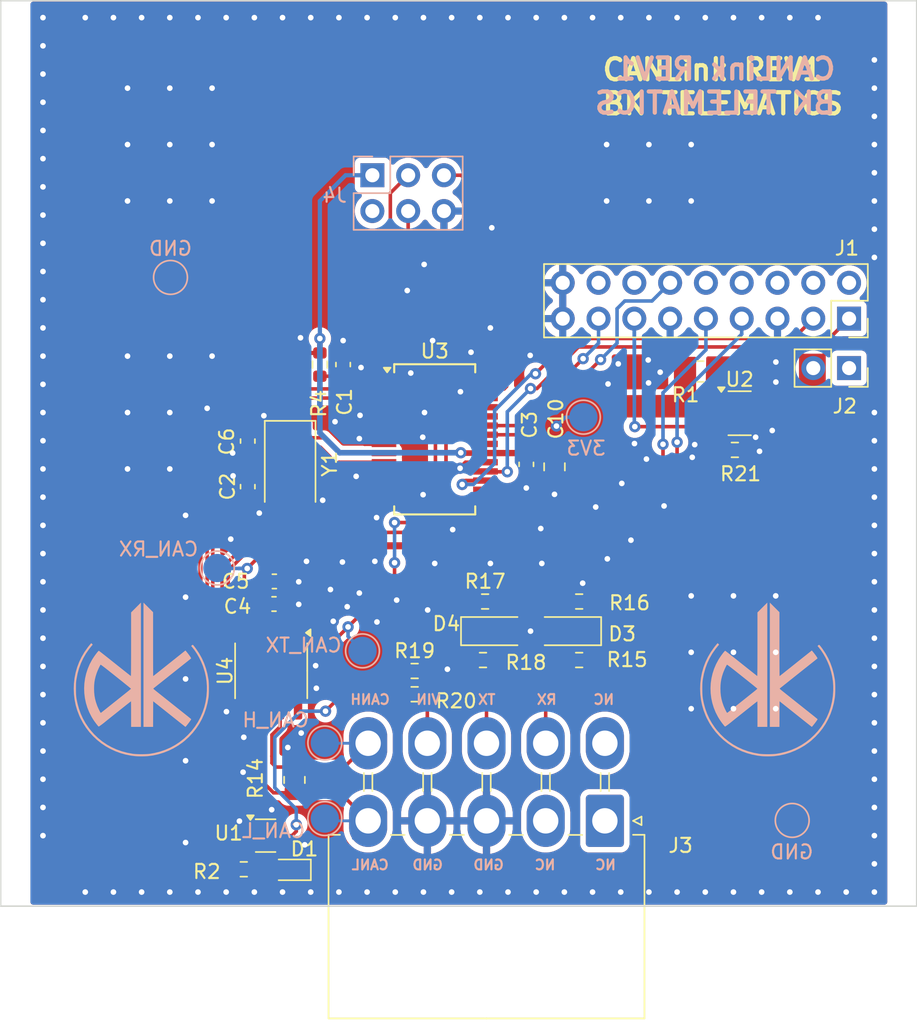
<source format=kicad_pcb>
(kicad_pcb (version 20241229) (generator "pcbnew") (generator_version "9.0")
  (title_block (date "2023-06-06") (rev "Rev 4"))
  (layers (0 "F.Cu" signal) (2 "B.Cu" signal) (13 "F.Paste" user) (15 "B.Paste" user) (5 "F.SilkS" user "F.Silkscreen") (7 "B.SilkS" user "B.Silkscreen") (1 "F.Mask" user) (3 "B.Mask" user) (25 "Edge.Cuts" user))
  (net 0 "")
  (net 1 "Net-(D3-K)")
  (net 2 "Net-(D4-K)")
  (net 3 "GND")
  (net 4 "/MCU/RESET")
  (net 8 "/UART0_RX")
  (net 10 "/UART0_TX")
  (net 12 "+VSYS")
  (net 13 "+3V3")
  (net 16 "/MCU/ICSP_DAT")
  (net 17 "/MCU/ICSP_CLK")
  (net 21 "/SERIAL_TX")
  (net 24 "/SERIAL_RX")
  (net 29 "/MCU/CAN_VIO")
  (net 30 "/CAN_P")
  (net 31 "/CAN_N")
  (net 33 "/MCU/PIC_TX")
  (net 34 "/MCU/PIC_RX")
  (net 37 "/3V3_ON")
  (net 38 "Net-(J2-3.3V)")
  (net 39 "/OBD2_VIN")
  (net 40 "/OBD2_MEAS")
  (net 41 "/MCU/CAN_RX")
  (net 43 "/MCU/CAN_STBY")
  (net 44 "/MCU/CAN_TX")
  (net 45 "/MCU/PIC_PIN2")
  (net 46 "/MCU/PIC_PIN1")
  (net 47 "Net-(U3-OSC2_CLKOUT{slash}RA6)")
  (net 48 "Net-(U3-OSC1_CLKIN{slash}RA7)")
  (net 49 "/MCU/LED")
  (net 51 "Net-(D1-K)")
  (net 52 "Net-(D1-A)")
  (net 53 "/MCU/OBD2_VIN")
  (footprint "Package_SO:SOIC-8_3.9x4.9mm_P1.27mm" (layer "F.Cu") (at 148.245 118.365 -90)
    (property "Reference" "U4")
    (property "Value" "TCAN3413DR")
  )
  (footprint "Capacitor_SMD:C_0603_1608Metric" (layer "F.Cu") (at 148.47 112.025)
    (property "Reference" "C5")
    (property "Value" "1u")
  )
  (footprint "Resistor_SMD:R_0805_2012Metric" (layer "F.Cu") (at 149.9 126.1 -90)
    (property "Reference" "R14")
    (property "Value" "120R")
  )
  (footprint "Crystal:Crystal_SMD_5032-2Pin_5.0x3.2mm" (layer "F.Cu") (at 149.59 103.69 -90)
    (property "Reference" "Y1")
    (property "Value" "12MHz")
  )
  (footprint "Resistor_SMD:R_0603_1608Metric" (layer "F.Cu") (at 163.425 113.45)
    (property "Reference" "R17")
    (property "Value" "10K")
  )
  (footprint "Resistor_SMD:R_0603_1608Metric" (layer "F.Cu") (at 170.1 113.45 180)
    (property "Reference" "R16")
    (property "Value" "10K")
  )
  (footprint "Capacitor_SMD:C_0603_1608Metric" (layer "F.Cu") (at 166.35 103.725 -90)
    (property "Reference" "C3")
    (property "Value" "0.1u")
  )
  (footprint "Package_SO:SSOP-28_5.3x10.2mm_P0.65mm" (layer "F.Cu") (at 159.85 101.95)
    (property "Reference" "U3")
    (property "Value" "PIC18LF26K83-I/SS")
  )
  (footprint "Diode_SMD:D_SOD-123" (layer "F.Cu") (at 164.075 115.55)
    (property "Reference" "D4")
    (property "Value" "3.3V")
  )
  (footprint "Capacitor_SMD:C_0603_1608Metric" (layer "F.Cu") (at 153.35 96.65 90)
    (property "Reference" "C1")
    (property "Value" "0.1u")
  )
  (footprint "Connector_PinSocket_2.54mm:PinSocket_2x09_P2.54mm_Vertical" (layer "F.Cu") (at 189.255 93.393 -90)
    (property "Reference" "J1")
    (property "Value" "BK4000TG_Upper_Board_Signals")
  )
  (footprint "Resistor_SMD:R_0603_1608Metric" (layer "F.Cu") (at 146.3 132.435)
    (property "Reference" "R2")
    (property "Value" "150R")
  )
  (footprint "LED_SMD:LED_0603_1608Metric" (layer "F.Cu") (at 149.575 132.475 180)
    (property "Reference" "D1")
    (property "Value" "LED_Small_Filled" (hide yes))
  )
  (footprint "Resistor_SMD:R_0603_1608Metric" (layer "F.Cu") (at 181.15 102.7)
    (property "Reference" "R21")
    (property "Value" "100K")
  )
  (footprint "Resistor_SMD:R_0603_1608Metric" (layer "F.Cu") (at 158.425 120.025 180)
    (property "Reference" "R20")
    (property "Value" "120K")
  )
  (footprint "Resistor_SMD:R_0603_1608Metric" (layer "F.Cu") (at 163.275 117.6 180)
    (property "Reference" "R18")
    (property "Value" "10K")
  )
  (footprint "Capacitor_SMD:C_0603_1608Metric" (layer "F.Cu") (at 146.58 102.075 -90)
    (property "Reference" "C6")
    (property "Value" "18pF")
  )
  (footprint "Connector_PinSocket_2.54mm:PinSocket_1x02_P2.54mm_Vertical" (layer "F.Cu") (at 189.255 96.899 -90)
    (property "Reference" "J2")
    (property "Value" "BK4000TG_Upper_Board_Supply")
  )
  (footprint "Capacitor_SMD:C_0603_1608Metric" (layer "F.Cu") (at 148.445 113.625)
    (property "Reference" "C4")
    (property "Value" "0.1u")
  )
  (footprint "Capacitor_SMD:C_0603_1608Metric" (layer "F.Cu") (at 146.58 105.305 90)
    (property "Reference" "C2")
    (property "Value" "18pF")
  )
  (footprint "Package_TO_SOT_SMD:SOT-363_SC-70-6" (layer "F.Cu") (at 147.85 130.05)
    (property "Reference" "U1")
    (property "Value" "PUMH10,115" (hide yes))
  )
  (footprint "Connector_Molex:Molex_Mini-Fit_Jr_5569-10A2_2x05_P4.20mm_Horizontal" (layer "F.Cu") (at 171.925 129 180)
    (property "Reference" "J3")
    (property "Value" "Conn_02x05_Odd_Even")
  )
  (footprint "Fiducial:Fiducial_1mm_Mask2mm" (layer "F.Cu") (at 133.344 132.8402)
    (property "Reference" "FID1" (hide yes))
    (property "Value" "Fiducial")
  )
  (footprint "Fiducial:Fiducial_1mm_Mask2mm" (layer "F.Cu") (at 189.3764 73.2264)
    (property "Reference" "FID2" (hide yes))
    (property "Value" "Fiducial")
  )
  (footprint "Resistor_SMD:R_0603_1608Metric" (layer "F.Cu") (at 170.1 117.6)
    (property "Reference" "R15")
    (property "Value" "10K")
  )
  (footprint "Package_TO_SOT_SMD:TSOT-23-6" (layer "F.Cu") (at 181.4875 100.1)
    (property "Reference" "U2")
    (property "Value" "SIP32510")
  )
  (footprint "Capacitor_SMD:C_0805_2012Metric" (layer "F.Cu") (at 168.35 103.9 -90)
    (property "Reference" "C10")
    (property "Value" "10u")
  )
  (footprint "Resistor_SMD:R_0603_1608Metric" (layer "F.Cu") (at 151.7 96.65 -90)
    (property "Reference" "R4")
    (property "Value" "15K")
  )
  (footprint "Fiducial:Fiducial_1mm_Mask2mm" (layer "F.Cu") (at 133.3948 73.3026)
    (property "Reference" "FID3" (hide yes))
    (property "Value" "Fiducial")
  )
  (footprint "Diode_SMD:D_SOD-123" (layer "F.Cu") (at 169.3 115.55 180)
    (property "Reference" "D3")
    (property "Value" "3.3V")
  )
  (footprint "Resistor_SMD:R_0603_1608Metric" (layer "F.Cu") (at 158.425 118.375)
    (property "Reference" "R19")
    (property "Value" "10K")
  )
  (footprint "Resistor_SMD:R_0805_2012Metric_Pad1.20x1.40mm_HandSolder" (layer "F.Cu") (at 178.71 97.14 180)
    (property "Reference" "R1")
    (property "Value" "0R" (hide yes))
  )
  (footprint "TestPoint:TestPoint_Pad_D2.0mm" (layer "B.Cu") (at 170.4 100.38)
    (property "Reference" "TP1" (hide yes))
    (property "Value" "3V3")
  )
  (footprint "TestPoint:TestPoint_Pad_D2.0mm" (layer "B.Cu") (at 152.05 123.475)
    (property "Reference" "TP4" (hide yes))
    (property "Value" "CAN_H")
  )
  (footprint "Connector_PinHeader_2.54mm:PinHeader_2x03_P2.54mm_Vertical" (layer "B.Cu") (at 155.425 83.225 -90)
    (property "Reference" "J4")
    (property "Value" "-")
  )
  (footprint "My_Footprints:bk_logo_10mm" (layer "B.Cu") (at 139 119 180)
    (property "Reference" "G***" (hide yes))
    (property "Value" "LOGO" (hide yes))
  )
  (footprint "My_Footprints:bk_logo_10mm" (layer "B.Cu") (at 183.45 119 180)
    (property "Reference" "G***" (hide yes))
    (property "Value" "LOGO" (hide yes))
  )
  (footprint "TestPoint:TestPoint_Pad_D2.0mm" (layer "B.Cu") (at 141.1 90.47)
    (property "Reference" "TP6" (hide yes))
    (property "Value" "GND")
  )
  (footprint "TestPoint:TestPoint_Pad_D2.0mm" (layer "B.Cu") (at 144.425 111.075)
    (property "Reference" "TP3" (hide yes))
    (property "Value" "CAN_RX")
  )
  (footprint "TestPoint:TestPoint_Pad_D2.0mm" (layer "B.Cu") (at 185.22 128.97)
    (property "Reference" "TP7" (hide yes))
    (property "Value" "GND")
  )
  (footprint "TestPoint:TestPoint_Pad_D2.0mm" (layer "B.Cu") (at 154.725 116.95)
    (property "Reference" "TP2" (hide yes))
    (property "Value" "CAN_TX")
  )
  (footprint "TestPoint:TestPoint_Pad_D2.0mm" (layer "B.Cu") (at 152.05 128.84)
    (property "Reference" "TP5" (hide yes))
    (property "Value" "CAN_L")
  )
  (gr_rect (start 129.05 70.85) (end 194.05 135.05) (stroke (width 0.1)) (fill no) (layer "Edge.Cuts"))
  (gr_text "CANLink REV1\nBK TELEMATICS\n" (at 171.6 76.95 0) (layer "F.SilkS") (effects (font (size 1.5 1.5) (thickness 0.3)) (justify left)))
  (gr_text "NC" (at 171.85 120.4 0) (layer "B.SilkS") (effects (font (size 0.7 0.7)) (justify mirror)))
  (gr_text "CANLink REV1\nBK TELEMATICS\n" (at 188.45 76.9 0) (layer "B.SilkS") (effects (font (size 1.5 1.5) (thickness 0.3)) (justify left mirror)))
  (gr_text "GND" (at 159.35 132.125 0) (layer "B.SilkS") (effects (font (size 0.7 0.7)) (justify mirror)))
  (gr_text "CANH" (at 155.265 120.4 0) (layer "B.SilkS") (effects (font (size 0.7 0.7)) (justify mirror)))
  (gr_text "CANL" (at 155.275 132.125 0) (layer "B.SilkS") (effects (font (size 0.7 0.7)) (justify mirror)))
  (gr_text "GND" (at 163.675 132.125 0) (layer "B.SilkS") (effects (font (size 0.7 0.7)) (justify mirror)))
  (gr_text "VIN" (at 159.39 120.4 0) (layer "B.SilkS") (effects (font (size 0.7 0.7)) (justify mirror)))
  (gr_text "TX" (at 163.54 120.4 0) (layer "B.SilkS") (effects (font (size 0.7 0.7)) (justify mirror)))
  (gr_text "NC" (at 171.975 132.125 0) (layer "B.SilkS") (effects (font (size 0.7 0.7)) (justify mirror)))
  (gr_text "NC" (at 167.68 132.125 0) (layer "B.SilkS") (effects (font (size 0.7 0.7)) (justify mirror)))
  (gr_text "RX" (at 167.8 120.4 0) (layer "B.SilkS") (effects (font (size 0.7 0.7)) (justify mirror)))
  (segment (start 170.925 113.45) (end 170.925 117.6) (width 0.25) (layer "F.Cu") (net 1))
  (segment (start 162.45 117.6) (end 162.45 113.6) (width 0.25) (layer "F.Cu") (net 2))
  (segment (start 162.45 113.6) (end 162.6 113.45) (width 0.25) (layer "F.Cu") (net 2))
  (segment (start 162.025 103.575) (end 161.8 103.8) (width 0.254) (layer "F.Cu") (net 3))
  (segment (start 150.625 130.7) (end 151.05 130.7) (width 0.3) (layer "F.Cu") (net 3))
  (segment (start 161.8 103.8) (end 161.8 103.85) (width 0.254) (layer "F.Cu") (net 3))
  (segment (start 156.25 102.275) (end 154.875 102.275) (width 0.3) (layer "F.Cu") (net 3))
  (segment (start 163.45 103.575) (end 162.025 103.575) (width 0.254) (layer "F.Cu") (net 3))
  (segment (start 146.58 104.53) (end 146.58 102.85) (width 0.25) (layer "F.Cu") (net 3))
  (segment (start 161.8 103.85) (end 161.65 104) (width 0.254) (layer "F.Cu") (net 3))
  (segment (start 148.8 130.7) (end 150.625 130.7) (width 0.3) (layer "F.Cu") (net 3))
  (segment (start 154.875 102.275) (end 154.8 102.2) (width 0.3) (layer "F.Cu") (net 3))
  (via (at 191.05 110.05) (size 0.8) (drill 0.4) (layers "F.Cu" "B.Cu") (net 3))
  (via (at 149.05 72.05) (size 0.8) (drill 0.4) (layers "F.Cu" "B.Cu") (net 3))
  (via (at 157.05 72.05) (size 0.8) (drill 0.4) (layers "F.Cu" "B.Cu") (net 3))
  (via (at 150.625 130.7) (size 0.8) (drill 0.4) (layers "F.Cu" "B.Cu") (net 3))
  (via (at 141.05 81.05) (size 0.8) (drill 0.4) (layers "F.Cu" "B.Cu") (net 3))
  (via (at 145.99 129.02) (size 0.8) (drill 0.4) (layers "F.Cu" "B.Cu") (net 3))
  (via (at 155.05 134.05) (size 0.8) (drill 0.4) (layers "F.Cu" "B.Cu") (net 3))
  (via (at 191.05 112.05) (size 0.8) (drill 0.4) (layers "F.Cu" "B.Cu") (net 3))
  (via (at 147.05 72.05) (size 0.8) (drill 0.4) (layers "F.Cu" "B.Cu") (net 3))
  (via (at 161.05 72.05) (size 0.8) (drill 0.4) (layers "F.Cu" "B.Cu") (net 3))
  (via (at 132.05 126.05) (size 0.8) (drill 0.4) (layers "F.Cu" "B.Cu") (net 3))
  (via (at 150.375 122.775) (size 0.8) (drill 0.4) (layers "F.Cu" "B.Cu") (net 3))
  (via (at 132.05 118.05) (size 0.8) (drill 0.4) (layers "F.Cu" "B.Cu") (net 3))
  (via (at 143.05 72.05) (size 0.8) (drill 0.4) (layers "F.Cu" "B.Cu") (net 3))
  (via (at 132.05 82.05) (size 0.8) (drill 0.4) (layers "F.Cu" "B.Cu") (net 3))
  (via (at 175.05 134.05) (size 0.8) (drill 0.4) (layers "F.Cu" "B.Cu") (net 3))
  (via (at 142.17 124.74) (size 0.8) (drill 0.4) (layers "F.Cu" "B.Cu") (net 3))
  (via (at 178.125 103.225) (size 0.8) (drill 0.4) (layers "F.Cu" "B.Cu") (net 3))
  (via (at 132.05 96.05) (size 0.8) (drill 0.4) (layers "F.Cu" "B.Cu") (net 3))
  (via (at 132.05 100.05) (size 0.8) (drill 0.4) (layers "F.Cu" "B.Cu") (net 3))
  (via (at 151.05 72.05) (size 0.8) (drill 0.4) (layers "F.Cu" "B.Cu") (net 3))
  (via (at 166.35 105.4) (size 0.8) (drill 0.4) (layers "F.Cu" "B.Cu") (net 3))
  (via (at 187.05 134.05) (size 0.8) (drill 0.4) (layers "F.Cu" "B.Cu") (net 3))
  (via (at 146.3 123.075) (size 0.8) (drill 0.4) (layers "F.Cu" "B.Cu") (net 3))
  (via (at 135.05 134.05) (size 0.8) (drill 0.4) (layers "F.Cu" "B.Cu") (net 3))
  (via (at 173.125 105.075) (size 0.8) (drill 0.4) (layers "F.Cu" "B.Cu") (net 3))
  (via (at 191.05 134.05) (size 0.8) (drill 0.4) (layers "F.Cu" "B.Cu") (net 3))
  (via (at 157.9 91.4) (size 0.8) (drill 0.4) (layers "F.Cu" "B.Cu") (net 3))
  (via (at 182.625 101.8) (size 0.8) (drill 0.4) (layers "F.Cu" "B.Cu") (net 3))
  (via (at 157.15 113.35) (size 0.8) (drill 0.4) (layers "F.Cu" "B.Cu") (net 3))
  (via (at 154.5 101.9) (size 0.8) (drill 0.4) (layers "F.Cu" "B.Cu") (net 3))
  (via (at 175.85 97.19) (size 0.8) (drill 0.4) (layers "F.Cu" "B.Cu") (net 3))
  (via (at 163.05 134.05) (size 0.8) (drill 0.4) (layers "F.Cu" "B.Cu") (net 3))
  (via (at 173.05 134.05) (size 0.8) (drill 0.4) (layers "F.Cu" "B.Cu") (net 3))
  (via (at 184.05 121.05) (size 0.8) (drill 0.4) (layers "F.Cu" "B.Cu") (net 3))
  (via (at 159.05 134.05) (size 0.8) (drill 0.4) (layers "F.Cu" "B.Cu") (net 3))
  (via (at 163.8 110.75) (size 0.8) (drill 0.4) (layers "F.Cu" "B.Cu") (net 3))
  (via (at 159 101.8) (size 0.8) (drill 0.4) (layers "F.Cu" "B.Cu") (net 3))
  (via (at 191.05 116.05) (size 0.8) (drill 0.4) (layers "F.Cu" "B.Cu") (net 3))
  (via (at 132.05 130.05) (size 0.8) (drill 0.4) (layers "F.Cu" "B.Cu") (net 3))
  (via (at 132.05 108.05) (size 0.8) (drill 0.4) (layers "F.Cu" "B.Cu") (net 3))
  (via (at 147.05 134.05) (size 0.8) (drill 0.4) (layers "F.Cu" "B.Cu") (net 3))
  (via (at 132.05 72.05) (size 0.8) (drill 0.4) (layers "F.Cu" "B.Cu") (net 3))
  (via (at 150.2 112.05) (size 0.8) (drill 0.4) (layers "F.Cu" "B.Cu") (net 3))
  (via (at 171.05 134.05) (size 0.8) (drill 0.4) (layers "F.Cu" "B.Cu") (net 3))
  (via (at 132.05 128.05) (size 0.8) (drill 0.4) (layers "F.Cu" "B.Cu") (net 3))
  (via (at 167.05 134.05) (size 0.8) (drill 0.4) (layers "F.Cu" "B.Cu") (net 3))
  (via (at 169.05 72.05) (size 0.8) (drill 0.4) (layers "F.Cu" "B.Cu") (net 3))
  (via (at 132.05 80.05) (size 0.8) (drill 0.4) (layers "F.Cu" "B.Cu") (net 3))
  (via (at 175.05 72.05) (size 0.8) (drill 0.4) (layers "F.Cu" "B.Cu") (net 3))
  (via (at 132.05 74.05) (size 0.8) (drill 0.4) (layers "F.Cu" "B.Cu") (net 3))
  (via (at 158.15 97.25) (size 0.8) (drill 0.4) (layers "F.Cu" "B.Cu") (net 3))
  (via (at 166.65 115.55) (size 0.8) (drill 0.4) (layers "F.Cu" "B.Cu") (net 3))
  (via (at 181.05 113.05) (size 0.8) (drill 0.4) (layers "F.Cu" "B.Cu") (net 3))
  (via (at 138.05 96.05) (size 0.8) (drill 0.4) (layers "F.Cu" "B.Cu") (net 3))
  (via (at 144.05 77.05) (size 0.8) (drill 0.4) (layers "F.Cu" "B.Cu") (net 3))
  (via (at 157.05 134.05) (size 0.8) (drill 0.4) (layers "F.Cu" "B.Cu") (net 3))
  (via (at 191.05 118.05) (size 0.8) (drill 0.4) (layers "F.Cu" "B.Cu") (net 3))
  (via (at 150.325 94.75) (size 0.8) (drill 0.4) (layers "F.Cu" "B.Cu") (net 3))
  (via (at 132.05 98.05) (size 0.8) (drill 0.4) (layers "F.Cu" "B.Cu") (net 3))
  (via (at 191.05 124.05) (size 0.8) (drill 0.4) (layers "F.Cu" "B.Cu") (net 3))
  (via (at 179.05 72.05) (size 0.8) (drill 0.4) (layers "F.Cu" "B.Cu") (net 3))
  (via (at 191.05 79.05) (size 0.8) (drill 0.4) (layers "F.Cu" "B.Cu") (net 3))
  (via (at 172.05 85.05) (size 0.8) (drill 0.4) (layers "F.Cu" "B.Cu") (net 3))
  (via (at 142.17 107.34) (size 0.8) (drill 0.4) (layers "F.Cu" "B.Cu") (net 3))
  (via (at 163.05 72.05) (size 0.8) (drill 0.4) (layers "F.Cu" "B.Cu") (net 3))
  (via (at 151.45 119.6) (size 0.8) (drill 0.4) (layers "F.Cu" "B.Cu") (net 3))
  (via (at 181.05 134.05) (size 0.8) (drill 0.4) (layers "F.Cu" "B.Cu") (net 3))
  (via (at 132.05 92.05) (size 0.8) (drill 0.4) (layers "F.Cu" "B.Cu") (net 3))
  (via (at 150.75 110.6) (size 0.8) (drill 0.4) (layers "F.Cu" "B.Cu") (net 3))
  (via (at 178.05 113.05) (size 0.8) (drill 0.4) (layers "F.Cu" "B.Cu") (net 3))
  (via (at 165.05 72.05) (size 0.8) (drill 0.4) (layers "F.Cu" "B.Cu") (net 3))
  (via (at 132.05 112.05) (size 0.8) (drill 0.4) (layers "F.Cu" "B.Cu") (net 3))
  (via (at 159.025 105.875) (size 0.8) (drill 0.4) (layers "F.Cu" "B.Cu") (net 3))
  (via (at 191.05 104.05) (size 0.8) (drill 0.4) (layers "F.Cu" "B.Cu") (net 3))
  (via (at 176.125 106.675) (size 0.8) (drill 0.4) (layers "F.Cu" "B.Cu") (net 3))
  (via (at 145.54 104.54) (size 0.8) (drill 0.4) (layers "F.Cu" "B.Cu") (net 3))
  (via (at 151.9 106.27) (size 0.8) (drill 0.4) (layers "F.Cu" "B.Cu") (net 3))
  (via (at 165.05 134.05) (size 0.8) (drill 0.4) (layers "F.Cu" "B.Cu") (net 3))
  (via (at 132.05 102.05) (size 0.8) (drill 0.4) (layers "F.Cu" "B.Cu") (net 3))
  (via (at 138.05 100.05) (size 0.8) (drill 0.4) (layers "F.Cu" "B.Cu") (net 3))
  (via (at 144.05 81.05) (size 0.8) (drill 0.4) (layers "F.Cu" "B.Cu") (net 3))
  (via (at 181.05 117.05) (size 0.8) (drill 0.4) (layers "F.Cu" "B.Cu") (net 3))
  (via (at 145.51 102.92) (size 0.8) (drill 0.4) (layers "F.Cu" "B.Cu") (net 3))
  (via (at 154.62 96.86) (size 0.8) (drill 0.4) (layers "F.Cu" "B.Cu") (net 3))
  (via (at 168.35 105.85) (size 0.8) (drill 0.4) (layers "F.Cu" "B.Cu") (net 3))
  (via (at 161.05 134.05) (size 0.8) (drill 0.4) (layers "F.Cu" "B.Cu") (net 3))
  (via (at 132.05 86.05) (size 0.8) (drill 0.4) (layers "F.Cu" "B.Cu") (net 3))
  (via (at 153.3 110.65) (size 0.8) (drill 0.4) (layers "F.Cu" "B.Cu") (net 3))
  (via (at 151.05 134.05) (size 0.8) (drill 0.4) (layers "F.Cu" "B.Cu") (net 3))
  (via (at 178.3 102.325) (size 0.8) (drill 0.4) (layers "F.Cu" "B.Cu") (net 3))
  (via (at 145.375 109.025) (size 0.8) (drill 0.4) (layers "F.Cu" "B.Cu") (net 3))
  (via (at 152.775 100.7) (size 0.8) (drill 0.4) (layers "F.Cu" "B.Cu") (net 3))
  (via (at 172.1 110.425) (size 0.8) (drill 0.4) (layers "F.Cu" "B.Cu") (net 3))
  (via (at 185.05 134.05) (size 0.8) (drill 0.4) (layers "F.Cu" "B.Cu") (net 3))
  (via (at 138.05 77.05) (size 0.8) (drill 0.4) (layers "F.Cu" "B.Cu") (net 3))
  (via (at 178.05 121.05) (size 0.8) (drill 0.4) (layers "F.Cu" "B.Cu") (net 3))
  (via (at 191.05 108.05) (size 0.8) (drill 0.4) (layers "F.Cu" "B.Cu") (net 3))
  (via (at 147.725 100.275) (size 0.8) (drill 0.4) (layers "F.Cu" "B.Cu") (net 3))
  (via (at 148.28 128.21) (size 0.8) (drill 0.4) (layers "F.Cu" "B.Cu") (net 3))
  (via (at 141.05 96.05) (size 0.8) (drill 0.4) (layers "F.Cu" "B.Cu") (net 3))
  (via (at 183.8 101.325) (size 0.8) (drill 0.4) (layers "F.Cu" "B.Cu") (net 3))
  (via (at 167.375 108.275) (size 0.8) (drill 0.4) (layers "F.Cu" "B.Cu") (net 3))
  (via (at 159.7 94.95) (size 0.8) (drill 0.4) (layers "F.Cu" "B.Cu") (net 3))
  (via (at 191.05 85.05) (size 0.8) (drill 0.4) (layers "F.Cu" "B.Cu") (net 3))
  (via (at 138.05 85.05) (size 0.8) (drill 0.4) (layers "F.Cu" "B.Cu") (net 3))
  (via (at 162.425 95.775) (size 0.8) (drill 0.4) (layers "F.Cu" "B.Cu") (net 3))
  (via (at 139.05 72.05) (size 0.8) (drill 0.4) (layers "F.Cu" "B.Cu") (net 3))
  (via (at 174.875 103.35) (size 0.8) (drill 0.4) (layers "F.Cu" "B.Cu") (net 3))
  (via (at 161.125 108.35) (size 0.8) (drill 0.4) (layers "F.Cu" "B.Cu") (net 3))
  (via (at 153.35 94.95) (size 0.8) (drill 0.4) (layers "F.Cu" "B.Cu") (net 3))
  (via (at 141.05 134.05) (size 0.8) (drill 0.4) (layers "F.Cu" "B.Cu") (net 3))
  (via (at 163.8 94.05) (size 0.8) (drill 0.4) (layers "F.Cu" "B.Cu") (net 3))
  (via (at 177.05 72.05) (size 0.8) (drill 0.4) (layers "F.Cu" "B.Cu") (net 3))
  (via (at 159.85 110.75) (size 0.8) (drill 0.4) (layers "F.Cu" "B.Cu") (net 3))
  (via (at 163.9 86.95) (size 0.8) (drill 0.4) (layers "F.Cu" "B.Cu") (net 3))
  (via (at 184.06 97.89) (size 0.8) (drill 0.4) (layers "F.Cu" "B.Cu") (net 3))
  (via (at 191.05 128.05) (size 0.8) (drill 0.4) (layers "F.Cu" "B.Cu") (net 3))
  (via (at 132.05 124.05) (size 0.8) (drill 0.4) (layers "F.Cu" "B.Cu") (net 3))
  (via (at 170.35 112.15) (size 0.8) (drill 0.4) (layers "F.Cu" "B.Cu") (net 3))
  (via (at 150.2 113.65) (size 0.8) (drill 0.4) (layers "F.Cu" "B.Cu") (net 3))
  (via (at 143.7 99.75) (size 0.8) (drill 0.4) (layers "F.Cu" "B.Cu") (net 3))
  (via (at 144.05 96.05) (size 0.8) (drill 0.4) (layers "F.Cu" "B.Cu") (net 3))
  (via (at 159.1 89.55) (size 0.8) (drill 0.4) (layers "F.Cu" "B.Cu") (net 3))
  (via (at 184.05 117.05) (size 0.8) (drill 0.4) (layers "F.Cu" "B.Cu") (net 3))
  (via (at 132.05 78.05) (size 0.8) (drill 0.4) (layers "F.Cu" "B.Cu") (net 3))
  (via (at 144.05 85.05) (size 0.8) (drill 0.4) (layers "F.Cu" "B.Cu") (net 3))
  (via (at 154.5 112.85) (size 0.8) (drill 0.4) (layers "F.Cu" "B.Cu") (net 3))
  (via (at 132.05 90.05) (size 0.8) (drill 0.4) (layers "F.Cu" "B.Cu") (net 3))
  (via (at 153.05 72.05) (size 0.8) (drill 0.4) (layers "F.Cu" "B.Cu") (net 3))
  (via (at 161.65 104) (size 0.8) (drill 0.4) (layers "F.Cu" "B.Cu") (net 3))
  (via (at 167.45 110.75) (size 0.8) (drill 0.4) (layers "F.Cu" "B.Cu") (net 3))
  (via (at 191.05 114.05) (size 0.8) (drill 0.4) (layers "F.Cu" "B.Cu") (net 3))
  (via (at 191.05 75.05) (size 0.8) (drill 0.4) (layers "F.Cu" "B.Cu") (net 3))
  (via (at 183.05 72.05) (size 0.8) (drill 0.4) (layers "F.Cu" "B.Cu") (net 3))
  (via (at 154.275 104.575) (size 0.8) (drill 0.4) (layers "F.Cu" "B.Cu") (net 3))
  (via (at 191.05 126.05) (size 0.8) (drill 0.4) (layers "F.Cu" "B.Cu") (net 3))
  (via (at 175.05 81.05) (size 0.8) (drill 0.4) (layers "F.Cu" "B.Cu") (net 3))
  (via (at 149.425 123.8) (size 0.8) (drill 0.4) (layers "F.Cu" "B.Cu") (net 3))
  (via (at 132.05 88.05) (size 0.8) (drill 0.4) (layers "F.Cu" "B.Cu") (net 3))
  (via (at 141.05 72.05) (size 0.8) (drill 0.4) (layers "F.Cu" "B.Cu") (net 3))
  (via (at 132.05 104.05) (size 0.8) (drill 0.4) (layers "F.Cu" "B.Cu") (net 3))
  (via (at 132.05 84.05) (size 0.8) (drill 0.4) (layers "F.Cu" "B.Cu") (net 3))
  (via (at 178.05 117.05) (size 0.8) (drill 0.4) (layers "F.Cu" "B.Cu") (net 3))
  (via (at 145.05 134.05) (size 0.8) (drill 0.4) (layers "F.Cu" "B.Cu") (net 3))
  (via (at 132.05 106.05) (size 0.8) (drill 0.4) (layers "F.Cu" "B.Cu") (net 3))
  (via (at 166.625 96) (size 0.8) (drill 0.4) (layers "F.Cu" "B.Cu") (net 3))
  (via (at 178.05 85.05) (size 0.8) (drill 0.4) (layers "F.Cu" "B.Cu") (net 3))
  (via (at 181.05 121.05) (size 0.8) (drill 0.4) (layers "F.Cu" "B.Cu") (net 3))
  (via (at 191.05 132.05) (size 0.8) (drill 0.4) (layers "F.Cu" "B.Cu") (net 3))
  (via (at 191.05 102.05) (size 0.8) (drill 0.4) (layers "F.Cu" "B.Cu") (net 3))
  (via (at 191.05 77.05) (size 0.8) (drill 0.4) (layers "F.Cu" "B.Cu") (net 3))
  (via (at 132.05 120.05) (size 0.8) (drill 0.4) (layers "F.Cu" "B.Cu") (net 3))
  (via (at 191.05 87.05) (size 0.8) (drill 0.4) (layers "F.Cu" "B.Cu") (net 3))
  (via (at 139.05 134.05) (size 0.8) (drill 0.4) (layers "F.Cu" "B.Cu") (net 3))
  (via (at 169.05 134.05) (size 0.8) (drill 0.4) (layers "F.Cu" "B.Cu") (net 3))
  (via (at 146.25 125.55) (size 0.8) (drill 0.4) (layers "F.Cu" "B.Cu") (net 3))
  (via (at 141.05 104.05) (size 0.8) (drill 0.4) (layers "F.Cu" "B.Cu") (net 3))
  (via (at 171.05 72.05) (size 0.8) (drill 0.4) (layers "F.Cu" "B.Cu") (net 3))
  (via (at 137.05 72.05) (size 0.8) (drill 0.4) (layers "F.Cu" "B.Cu") (net 3))
  (via (at 141.05 85.05) (size 0.8) (drill 0.4) (layers "F.Cu" "B.Cu") (net 3))
  (via (at 159.05 72.05) (size 0.8) (drill 0.4) (layers "F.Cu" "B.Cu") (net 3))
  (via (at 172.05 81.05) (size 0.8) (drill 0.4) (layers "F.Cu" "B.Cu") (net 3))
  (via (at 137.05 134.05) (size 0.8) (drill 0.4) (layers "F.Cu" "B.Cu") (net 3))
  (via (at 159.125 100.05) (size 0.8) (drill 0.4) (layers "F.Cu" "B.Cu") (net 3))
  (via (at 184.06 96.47) (size 0.8) (drill 0.4) (layers "F.Cu" "B.Cu") (net 3))
  (via (at 142.17 118.94) (size 0.8) (drill 0.4) (layers "F.Cu" "B.Cu") (net 3))
  (via (at 185.05 72.05) (size 0.8) (drill 0.4) (layers "F.Cu" "B.Cu") (net 3))
  (via (at 171.275 106.75) (size 0.8) (drill 0.4) (layers "F.Cu" "B.Cu") (net 3))
  (via (at 161.675 98.575) (size 0.8) (drill 0.4) (layers "F.Cu" "B.Cu") (net 3))
  (via (at 191.05 120.05) (size 0.8) (drill 0.4) (layers "F.Cu" "B.Cu") (net 3))
  (via (at 132.05 116.05) (size 0.8) (drill 0.4) (layers "F.Cu" "B.Cu") (net 3))
  (via (at 175.05 85.05) (size 0.8) (drill 0.4) (layers "F.Cu" "B.Cu") (net 3))
  (via (at 147.4 107.18) (size 0.8) (drill 0.4) (layers "F.Cu" "B.Cu") (net 3))
  (via (at 152.45 112.6) (size 0.8) (drill 0.4) (layers "F.Cu" "B.Cu") (net 3))
  (via (at 153.05 134.05) (size 0.8) (drill 0.4) (layers "F.Cu" "B.Cu") (net 3))
  (via (at 181.05 72.05) (size 0.8) (drill 0.4) (layers "F.Cu" "B.Cu") (net 3))
  (via (at 191.05 122.05) (size 0.8) (drill 0.4) (layers "F.Cu" "B.Cu") (net 3))
  (via (at 145.05 72.05) (size 0.8) (drill 0.4) (layers "F.Cu" "B.Cu") (net 3))
  (via (at 142.17 130.54) (size 0.8) (drill 0.4) (layers "F.Cu" "B.Cu") (net 3))
  (via (at 174.025 102.25) (size 0.8) (drill 0.4) (layers "F.Cu" "B.Cu") (net 3))
  (via (at 173.05 72.05) (size 0.8) (drill 0.4) (layers "F.Cu" "B.Cu") (net 3))
  (via (at 149.05 134.05) (size 0.8) (drill 0.4) (layers "F.Cu" "B.Cu") (net 3))
  (via (at 184.05 113.05) (size 0.8) (drill 0.4) (layers "F.Cu" "B.Cu") (net 3))
  (via (at 143.05 134.05) (size 0.8) (drill 0.4) (layers "F.Cu" "B.Cu") (net 3))
  (via (at 179.05 134.05) (size 0.8) (drill 0.4) (layers "F.Cu" "B.Cu") (net 3))
  (via (at 172.15 98.025) (size 0.8) (drill 0.4) (layers "F.Cu" "B.Cu") (net 3))
  (via (at 151.4 118) (size 0.8) (drill 0.4) (layers "F.Cu" "B.Cu") (net 3))
  (via (at 177.05 134.05) (size 0.8) (drill 0.4) (layers "F.Cu" "B.Cu") (net 3))
  (via (at 175.025 97.95) (size 0.8) (drill 0.4) (layers "F.Cu" "B.Cu") (net 3))
  (via (at 191.05 89.05) (size 0.8) (drill 0.4) (layers "F.Cu" "B.Cu") (net 3))
  (via (at 152.65 114.85) (size 0.8) (drill 0.4) (layers "F.Cu" "B.Cu") (net 3))
  (via (at 155.725 107.5) (size 0.8) (drill 0.4) (layers "F.Cu" "B.Cu") (net 3))
  (via (at 191.05 106.05) (size 0.8) (drill 0.4) (layers "F.Cu" "B.Cu") (net 3))
  (via (at 132.05 76.05) (size 0.8) (drill 0.4) (layers "F.Cu" "B.Cu") (net 3))
  (via (at 132.05 114.05) (size 0.8) (drill 0.4) (layers "F.Cu" "B.Cu") (net 3))
  (via (at 154.55 100.25) (size 0.8) (drill 0.4) (layers "F.Cu" "B.Cu") (net 3))
  (via (at 155.75 114.9) (size 0.8) (drill 0.4) (layers "F.Cu" "B.Cu") (net 3))
  (via (at 191.05 83.05) (size 0.8) (drill 0.4) (layers "F.Cu" "B.Cu") (net 3))
  (via (at 142.17 113.14) (size 0.8) (drill 0.4) (layers "F.Cu" "B.Cu") (net 3))
  (via (at 135.05 72.05) (size 0.8) (drill 0.4) (layers "F.Cu" "B.Cu") (net 3))
  (via (at 141.05 77.05) (size 0.8) (drill 0.4) (layers "F.Cu" "B.Cu") (net 3))
  (via (at 132.05 122.05) (size 0.8) (drill 0.4) (layers "F.Cu" "B.Cu") (net 3))
  (via (at 189.05 134.05) (size 0.8) (drill 0.4) (layers "F.Cu" "B.Cu") (net 3))
  (via (at 132.05 94.05) (size 0.8) (drill 0.4) (layers "F.Cu" "B.Cu") (net 3))
  (via (at 155.05 72.05) (size 0.8) (drill 0.4) (layers "F.Cu" "B.Cu") (net 3))
  (via (at 141.05 100.05) (size 0.8) (drill 0.4) (layers "F.Cu" "B.Cu") (net 3))
  (via (at 145.07 121.26) (size 0.8) (drill 0.4) (layers "F.Cu" "B.Cu") (net 3))
  (via (at 167.05 72.05) (size 0.8) (drill 0.4) (layers "F.Cu" "B.Cu") (net 3))
  (via (at 138.05 104.05) (size 0.8) (drill 0.4) (layers "F.Cu" "B.Cu") (net 3))
  (via (at 183.05 134.05) (size 0.8) (drill 0.4) (layers "F.Cu" "B.Cu") (net 3))
  (via (at 138.05 81.05) (size 0.8) (drill 0.4) (layers "F.Cu" "B.Cu") (net 3))
  (via (at 191.05 130.05) (size 0.8) (drill 0.4) (layers "F.Cu" "B.Cu") (net 3))
  (via (at 173.775 109.1) (size 0.8) (drill 0.4) (layers "F.Cu" "B.Cu") (net 3))
  (via (at 191.05 100.05) (size 0.8) (drill 0.4) (layers "F.Cu" "B.Cu") (net 3))
  (via (at 182.9 102.8) (size 0.8) (drill 0.4) (layers "F.Cu" "B.Cu") (net 3))
  (via (at 191.05 81.05) (size 0.8) (drill 0.4) (layers "F.Cu" "B.Cu") (net 3))
  (via (at 153.64 113.82) (size 0.8) (drill 0.4) (layers "F.Cu" "B.Cu") (net 3))
  (via (at 178.05 81.05) (size 0.8) (drill 0.4) (layers "F.Cu" "B.Cu") (net 3))
  (via (at 159.35 114.05) (size 0.8) (drill 0.4) (layers "F.Cu" "B.Cu") (net 3))
  (via (at 132.05 110.05) (size 0.8) (drill 0.4) (layers "F.Cu" "B.Cu") (net 3))
  (via (at 160.75 118.25) (size 0.8) (drill 0.4) (layers "F.Cu" "B.Cu") (net 3))
  (via (at 187.05 72.05) (size 0.8) (drill 0.4) (layers "F.Cu" "B.Cu") (net 3))
  (via (at 175 96.325) (size 0.8) (drill 0.4) (layers "F.Cu" "B.Cu") (net 3))
  (via (at 172.875 96.6) (size 0.8) (drill 0.4) (layers "F.Cu" "B.Cu") (net 3))
  (via (at 155.6 110.6) (size 0.8) (drill 0.4) (layers "F.Cu" "B.Cu") (net 3))
  (segment (start 154.225 97.475) (end 151.7 97.475) (width 0.25) (layer "F.Cu") (net 4))
  (segment (start 154.475 97.725) (end 154.225 97.475) (width 0.25) (layer "F.Cu") (net 4))
  (segment (start 156.7 95.55) (end 156.25 96) (width 0.254) (layer "F.Cu") (net 4))
  (segment (start 156.25 97.725) (end 154.475 97.725) (width 0.25) (layer "F.Cu") (net 4))
  (segment (start 157.965 83.225) (end 156.7 84.49) (width 0.254) (layer "F.Cu") (net 4))
  (segment (start 156.7 84.49) (end 156.7 95.55) (width 0.254) (layer "F.Cu") (net 4))
  (segment (start 156.25 96) (end 156.25 97.725) (width 0.254) (layer "F.Cu") (net 4))
  (segment (start 177.05 104.1) (end 177.05 102.15) (width 0.254) (layer "F.Cu") (net 8))
  (segment (start 169.275 113.45) (end 169.275 111.875) (width 0.254) (layer "F.Cu") (net 8))
  (segment (start 169.275 111.875) (end 171.55 109.6) (width 0.254) (layer "F.Cu") (net 8))
  (segment (start 171.55 109.6) (end 177.05 104.1) (width 0.254) (layer "F.Cu") (net 8))
  (via (at 177.05 102.15) (size 0.8) (drill 0.4) (layers "F.Cu" "B.Cu") (net 8))
  (segment (start 177.05 99.08) (end 181.635 94.495) (width 0.254) (layer "B.Cu") (net 8))
  (segment (start 181.635 94.495) (end 181.635 93.393) (width 0.254) (layer "B.Cu") (net 8))
  (segment (start 177.05 100.8) (end 177.05 100.1) (width 0.254) (layer "B.Cu") (net 8))
  (segment (start 177.05 100.8) (end 177.05 102.15) (width 0.254) (layer "B.Cu") (net 8))
  (segment (start 177.05 100.1) (end 177.05 100.085) (width 0.254) (layer "B.Cu") (net 8))
  (segment (start 177.05 100.1) (end 177.05 99.08) (width 0.254) (layer "B.Cu") (net 8))
  (segment (start 166.35 113.45) (end 170.7 109.1) (width 0.254) (layer "F.Cu") (net 10))
  (segment (start 176.05 103.75) (end 176.05 102.3) (width 0.254) (layer "F.Cu") (net 10))
  (segment (start 164.25 113.45) (end 166.35 113.45) (width 0.254) (layer "F.Cu") (net 10))
  (segment (start 170.7 109.1) (end 176.05 103.75) (width 0.254) (layer "F.Cu") (net 10))
  (via (at 176.05 102.3) (size 0.8) (drill 0.4) (layers "F.Cu" "B.Cu") (net 10))
  (segment (start 176.05 102.3) (end 176.05 98.65) (width 0.254) (layer "B.Cu") (net 10))
  (segment (start 176.05 98.65) (end 179.095 95.605) (width 0.254) (layer "B.Cu") (net 10))
  (segment (start 179.095 95.605) (end 179.095 93.393) (width 0.254) (layer "B.Cu") (net 10))
  (segment (start 169.65 102.95) (end 170.25 103.55) (width 0.5) (layer "F.Cu") (net 13))
  (segment (start 149.375 95.825) (end 143.225 101.975) (width 0.3) (layer "F.Cu") (net 13))
  (segment (start 167.95 109.5) (end 169.775 107.675) (width 0.5) (layer "F.Cu") (net 13))
  (segment (start 168.35 102.95) (end 169.65 102.95) (width 0.5) (layer "F.Cu") (net 13))
  (segment (start 147.61 111.29) (end 149.4 109.5) (width 0.5) (layer "F.Cu") (net 13))
  (segment (start 170.25 107.2) (end 169.775 107.675) (width 0.5) (layer "F.Cu") (net 13))
  (segment (start 143.225 101.975) (end 143.225 131.15) (width 0.3) (layer "F.Cu") (net 13))
  (segment (start 144.51 132.435) (end 145.475 132.435) (width 0.3) (layer "F.Cu") (net 13))
  (segment (start 143.225 131.15) (end 144.51 132.435) (width 0.3) (layer "F.Cu") (net 13))
  (segment (start 163.45 102.925) (end 161.725 102.925) (width 0.4) (layer "F.Cu") (net 13))
  (segment (start 151.7 95.825) (end 149.375 95.825) (width 0.3) (layer "F.Cu") (net 13))
  (segment (start 147.61 115.9) (end 147.61 111.29) (width 0.5) (layer "F.Cu") (net 13))
  (segment (start 149.4 109.5) (end 167.95 109.5) (width 0.5) (layer "F.Cu") (net 13))
  (segment (start 170.25 103.55) (end 170.25 107.2) (width 0.5) (layer "F.Cu") (net 13))
  (segment (start 161.725 102.925) (end 161.7 102.9) (width 0.3) (layer "F.Cu") (net 13))
  (segment (start 151.7 94.8) (end 151.7 95.825) (width 0.4) (layer "F.Cu") (net 13))
  (via (at 151.7 94.8) (size 0.8) (drill 0.4) (layers "F.Cu" "B.Cu") (net 13))
  (via (at 168.49 101.01) (size 0.8) (drill 0.4) (layers "F.Cu" "B.Cu") (net 13))
  (via (at 161.7 102.9) (size 0.8) (drill 0.4) (layers "F.Cu" "B.Cu") (net 13))
  (segment (start 169.12 100.38) (end 170.4 100.38) (width 0.25) (layer "B.Cu") (net 13))
  (segment (start 153.525 83.225) (end 151.7 85.05) (width 0.3) (layer "B.Cu") (net 13))
  (segment (start 153.1 102.9) (end 151.7 101.5) (width 0.4) (layer "B.Cu") (net 13))
  (segment (start 151.7 101.5) (end 151.7 94.8) (width 0.4) (layer "B.Cu") (net 13))
  (segment (start 151.7 94.8) (end 151.7 85.05) (width 0.3) (layer "B.Cu") (net 13))
  (segment (start 157.65 102.9) (end 153.1 102.9) (width 0.4) (layer "B.Cu") (net 13))
  (segment (start 161.7 102.9) (end 157.65 102.9) (width 0.4) (layer "B.Cu") (net 13))
  (segment (start 168.49 101.01) (end 169.12 100.38) (width 0.25) (layer "B.Cu") (net 13))
  (segment (start 157.65 102.9) (end 154.8 102.9) (width 0.3) (layer "B.Cu") (net 13))
  (segment (start 155.425 83.225) (end 153.525 83.225) (width 0.3) (layer "B.Cu") (net 13))
  (segment (start 157.965 85.765) (end 157.965 89.965) (width 0.254) (layer "F.Cu") (net 16))
  (segment (start 157.965 89.965) (end 163.45 95.45) (width 0.254) (layer "F.Cu") (net 16))
  (segment (start 163.45 95.45) (end 163.45 97.725) (width 0.254) (layer "F.Cu") (net 16))
  (segment (start 164.775 98.375) (end 164.95 98.2) (width 0.254) (layer "F.Cu") (net 17))
  (segment (start 163.45 98.375) (end 164.775 98.375) (width 0.254) (layer "F.Cu") (net 17))
  (segment (start 161.725 83.225) (end 160.505 83.225) (width 0.254) (layer "F.Cu") (net 17))
  (segment (start 164.95 98.2) (end 164.95 86.45) (width 0.254) (layer "F.Cu") (net 17))
  (segment (start 164.95 86.45) (end 161.725 83.225) (width 0.254) (layer "F.Cu") (net 17))
  (segment (start 164.1 119.4) (end 164.1 117.6) (width 0.25) (layer "F.Cu") (net 21))
  (segment (start 163.525 119.975) (end 164.1 119.4) (width 0.25) (layer "F.Cu") (net 21))
  (segment (start 163.525 123.5) (end 163.525 119.975) (width 0.25) (layer "F.Cu") (net 21))
  (segment (start 167.725 123.5) (end 167.725 120.825) (width 0.25) (layer "F.Cu") (net 24))
  (segment (start 167.725 120.825) (end 169.275 119.275) (width 0.25) (layer "F.Cu") (net 24))
  (segment (start 169.275 119.275) (end 169.275 117.6) (width 0.25) (layer "F.Cu") (net 24))
  (segment (start 144.76 117.04099) (end 144.76 117.08) (width 0.25) (layer "F.Cu") (net 29))
  (segment (start 144.760495 117.040495) (end 144.76 117.04099) (width 0.25) (layer "F.Cu") (net 29))
  (segment (start 153.601009 105.525) (end 151.707009 107.419) (width 0.25) (layer "F.Cu") (net 29))
  (segment (start 144.76 117.08) (end 146.34 118.66) (width 0.25) (layer "F.Cu") (net 29))
  (segment (start 156.25 105.525) (end 153.601009 105.525) (width 0.25) (layer "F.Cu") (net 29))
  (segment (start 151.707009 107.419) (end 148.409446 107.419) (width 0.25) (layer "F.Cu") (net 29))
  (segment (start 148.409446 107.419) (end 144.760495 111.067951) (width 0.25) (layer "F.Cu") (net 29))
  (segment (start 144.760495 111.067951) (end 144.760495 117.040495) (width 0.25) (layer "F.Cu") (net 29))
  (segment (start 146.34 118.66) (end 146.34 120.85) (width 0.25) (layer "F.Cu") (net 29))
  (segment (start 153.4375 125.1875) (end 155.125 123.5) (width 0.254) (layer "F.Cu") (net 30))
  (segment (start 148.5875 125.1875) (end 148.3 124.9) (width 0.254) (layer "F.Cu") (net 30))
  (segment (start 148.88 122.32) (end 148.88 120.85) (width 0.254) (layer "F.Cu") (net 30))
  (segment (start 148.3 122.9) (end 148.88 122.32) (width 0.254) (layer "F.Cu") (net 30))
  (segment (start 148.3 124.9) (end 148.3 124.42) (width 0.254) (layer "F.Cu") (net 30))
  (segment (start 149.9 125.1875) (end 148.5875 125.1875) (width 0.254) (layer "F.Cu") (net 30))
  (segment (start 148.3 124.42) (end 148.3 122.9) (width 0.254) (layer "F.Cu") (net 30))
  (segment (start 149.9 125.1875) (end 153.4375 125.1875) (width 0.254) (layer "F.Cu") (net 30))
  (segment (start 155.125 124.25) (end 155.125 123.5) (width 0.254) (layer "F.Cu") (net 30))
  (segment (start 155.125 123.5) (end 152.075 123.5) (width 0.2) (layer "B.Cu") (net 30))
  (segment (start 152.075 123.5) (end 152.05 123.475) (width 0.2) (layer "B.Cu") (net 30))
  (segment (start 153.1375 127.0125) (end 155.125 129) (width 0.254) (layer "F.Cu") (net 31))
  (segment (start 147.61 120.85) (end 147.61 126.21) (width 0.254) (layer "F.Cu") (net 31))
  (segment (start 147.785 126.385) (end 148.4125 127.0125) (width 0.254) (layer "F.Cu") (net 31))
  (segment (start 148.4125 127.0125) (end 149.9 127.0125) (width 0.254) (layer "F.Cu") (net 31))
  (segment (start 147.61 126.21) (end 147.785 126.385) (width 0.254) (layer "F.Cu") (net 31))
  (segment (start 149.9 127.0125) (end 153.1375 127.0125) (width 0.254) (layer "F.Cu") (net 31))
  (segment (start 152.21 129) (end 152.05 128.84) (width 0.2) (layer "B.Cu") (net 31))
  (segment (start 155.125 129) (end 152.21 129) (width 0.2) (layer "B.Cu") (net 31))
  (segment (start 154.42 130.24) (end 154.07 130.24) (width 0.2) (layer "B.Cu") (net 31))
  (segment (start 155.35 129.31) (end 154.42 130.24) (width 0.2) (layer "B.Cu") (net 31))
  (segment (start 155.125 129) (end 154.965 128.84) (width 0.24) (layer "B.Cu") (net 31))
  (segment (start 155.125 129.085) (end 155.35 129.31) (width 0.2) (layer "B.Cu") (net 31))
  (segment (start 155.125 129) (end 155.125 129.085) (width 0.2) (layer "B.Cu") (net 31))
  (segment (start 163.45 104.875) (end 161.875 104.875) (width 0.254) (layer "F.Cu") (net 33))
  (segment (start 186.715 93.393) (end 185.308 94.8) (width 0.254) (layer "F.Cu") (net 33))
  (segment (start 163.45 104.875) (end 162.075 104.875) (width 0.254) (layer "F.Cu") (net 33))
  (segment (start 185.308 94.8) (end 169.5 94.8) (width 0.254) (layer "F.Cu") (net 33))
  (segment (start 162.075 104.875) (end 161.8 105.15) (width 0.254) (layer "F.Cu") (net 33))
  (segment (start 169.5 94.8) (end 167 97.3) (width 0.254) (layer "F.Cu") (net 33))
  (via (at 161.8 105.15) (size 0.8) (drill 0.4) (layers "F.Cu" "B.Cu") (net 33))
  (via (at 167 97.3) (size 0.8) (drill 0.4) (layers "F.Cu" "B.Cu") (net 33))
  (segment (start 162.6 105.15) (end 163 104.75) (width 0.254) (layer "B.Cu") (net 33))
  (segment (start 166.7 97.3) (end 164.1 99.9) (width 0.254) (layer "B.Cu") (net 33))
  (segment (start 161.8 105.15) (end 162.6 105.15) (width 0.254) (layer "B.Cu") (net 33))
  (segment (start 167 97.3) (end 166.7 97.3) (width 0.254) (layer "B.Cu") (net 33))
  (segment (start 164.1 99.9) (end 164.1 103.65) (width 0.254) (layer "B.Cu") (net 33))
  (segment (start 164.1 103.65) (end 163 104.75) (width 0.254) (layer "B.Cu") (net 33))
  (segment (start 170.05 95.4) (end 187.248 95.4) (width 0.254) (layer "F.Cu") (net 34))
  (segment (start 166.65 98.35) (end 167.1 98.35) (width 0.254) (layer "F.Cu") (net 34))
  (segment (start 167.1 98.35) (end 170.05 95.4) (width 0.254) (layer "F.Cu") (net 34))
  (segment (start 165 104.25) (end 163.475 104.25) (width 0.254) (layer "F.Cu") (net 34))
  (segment (start 163.475 104.25) (end 163.45 104.225) (width 0.254) (layer "F.Cu") (net 34))
  (segment (start 187.248 95.4) (end 189.255 93.393) (width 0.254) (layer "F.Cu") (net 34))
  (via (at 166.65 98.35) (size 0.8) (drill 0.4) (layers "F.Cu" "B.Cu") (net 34))
  (via (at 165 104.25) (size 0.8) (drill 0.4) (layers "F.Cu" "B.Cu") (net 34))
  (segment (start 165 100) (end 166.65 98.35) (width 0.254) (layer "B.Cu") (net 34))
  (segment (start 165 104.25) (end 165 100) (width 0.254) (layer "B.Cu") (net 34))
  (segment (start 180.325 101.075) (end 180.35 101.05) (width 0.254) (layer "F.Cu") (net 37))
  (segment (start 174.05 101.05) (end 180.35 101.05) (width 0.254) (layer "F.Cu") (net 37))
  (segment (start 180.35 101.05) (end 178.15 101.05) (width 0.254) (layer "F.Cu") (net 37))
  (segment (start 180.325 102.7) (end 180.325 101.075) (width 0.254) (layer "F.Cu") (net 37))
  (via (at 174.05 101.05) (size 0.8) (drill 0.4) (layers "F.Cu" "B.Cu") (net 37))
  (segment (start 174.015 101.015) (end 174.015 93.393) (width 0.254) (layer "B.Cu") (net 37))
  (segment (start 174.05 101.05) (end 174.015 101.015) (width 0.254) (layer "B.Cu") (net 37))
  (segment (start 174.015 93.393) (end 174.015 98.815) (width 0.254) (layer "B.Cu") (net 37))
  (segment (start 159.325 120.1) (end 159.35 120.075) (width 0.254) (layer "F.Cu") (net 39))
  (segment (start 159.325 123.5) (end 159.325 120.1) (width 0.254) (layer "F.Cu") (net 39))
  (segment (start 148.8 130.05) (end 149.725 130.05) (width 0.25) (layer "F.Cu") (net 40))
  (segment (start 153.3 120.025) (end 152.1 121.225) (width 0.25) (layer "F.Cu") (net 40))
  (segment (start 150.025 129.75) (end 150.025 129.275) (width 0.25) (layer "F.Cu") (net 40))
  (segment (start 157.6 120.025) (end 157.6 118.375) (width 0.25) (layer "F.Cu") (net 40))
  (segment (start 157.6 120.025) (end 153.3 120.025) (width 0.25) (layer "F.Cu") (net 40))
  (segment (start 149.725 130.05) (end 150.025 129.75) (width 0.25) (layer "F.Cu") (net 40))
  (via (at 152.1 121.225) (size 0.8) (drill 0.4) (layers "F.Cu" "B.Cu") (net 40))
  (via (at 150.025 129.275) (size 0.8) (drill 0.4) (layers "F.Cu" "B.Cu") (net 40))
  (segment (start 150.025 128.175) (end 150.025 129.275) (width 0.25) (layer "B.Cu") (net 40))
  (segment (start 150.35 121.225) (end 148.5 123.075) (width 0.25) (layer "B.Cu") (net 40))
  (segment (start 148.5 123.075) (end 148.5 126.65) (width 0.25) (layer "B.Cu") (net 40))
  (segment (start 148.5 126.65) (end 150.025 128.175) (width 0.25) (layer "B.Cu") (net 40))
  (segment (start 152.1 121.225) (end 150.35 121.225) (width 0.25) (layer "B.Cu") (net 40))
  (segment (start 159.35 108.55) (end 157.25 108.55) (width 0.254) (layer "F.Cu") (net 41))
  (segment (start 160.65 107.25) (end 159.35 108.55) (width 0.254) (layer "F.Cu") (net 41))
  (segment (start 146.34 111.31) (end 146.545 111.105) (width 0.254) (layer "F.Cu") (net 41))
  (segment (start 146.545 111.105) (end 149.1 108.55) (width 0.254) (layer "F.Cu") (net 41))
  (segment (start 149.1 108.55) (end 157.25 108.55) (width 0.254) (layer "F.Cu") (net 41))
  (segment (start 160.65 101.2) (end 160.65 107.25) (width 0.254) (layer "F.Cu") (net 41))
  (segment (start 146.34 115.9) (end 146.34 111.31) (width 0.254) (layer "F.Cu") (net 41))
  (segment (start 161.525 100.325) (end 160.65 101.2) (width 0.254) (layer "F.Cu") (net 41))
  (segment (start 163.45 100.325) (end 161.525 100.325) (width 0.254) (layer "F.Cu") (net 41))
  (via (at 146.545 111.105) (size 0.8) (drill 0.4) (layers "F.Cu" "B.Cu") (net 41))
  (segment (start 144.455 111.105) (end 144.425 111.075) (width 0.25) (layer "B.Cu") (net 41))
  (segment (start 144.4 111.11) (end 144.29 111) (width 0.25) (layer "B.Cu") (net 41))
  (segment (start 146.545 111.105) (end 144.455 111.105) (width 0.25) (layer "B.Cu") (net 41))
  (segment (start 146.545 111.105) (end 145.945 111.105) (width 0.25) (layer "B.Cu") (net 41))
  (segment (start 145.945 111.105) (end 145.94 111.11) (width 0.25) (layer "B.Cu") (net 41))
  (segment (start 153.595 106.175) (end 151.95 107.82) (width 0.25) (layer "F.Cu") (net 43))
  (segment (start 146.45 118.2) (end 149.25 118.2) (width 0.254) (layer "F.Cu") (net 43))
  (segment (start 151.95 107.82) (end 148.63 107.82) (width 0.25) (layer "F.Cu") (net 43))
  (segment (start 156.25 106.175) (end 153.595 106.175) (width 0.25) (layer "F.Cu") (net 43))
  (segment (start 149.25 118.2) (end 150.15 119.1) (width 0.254) (layer "F.Cu") (net 43))
  (segment (start 150.15 119.1) (end 150.15 120.85) (width 0.254) (layer "F.Cu") (net 43))
  (segment (start 145.2 111.25) (end 145.2 116.95) (width 0.254) (layer "F.Cu") (net 43))
  (segment (start 145.2 116.95) (end 146.45 118.2) (width 0.254) (layer "F.Cu") (net 43))
  (segment (start 148.63 107.82) (end 145.2 111.25) (width 0.25) (layer "F.Cu") (net 43))
  (segment (start 155.3 113.65) (end 157 111.95) (width 0.254) (layer "F.Cu") (net 44))
  (segment (start 150.16 115.9) (end 151.15 115.9) (width 0.254) (layer "F.Cu") (net 44))
  (segment (start 157 110.7) (end 157 110.65) (width 0.254) (layer "F.Cu") (net 44))
  (segment (start 157 107.85) (end 158.8 107.85) (width 0.254) (layer "F.Cu") (net 44))
  (segment (start 153.7 115.25) (end 153.05 115.9) (width 0.254) (layer "F.Cu") (net 44))
  (segment (start 153.05 115.9) (end 150.16 115.9) (width 0.254) (layer "F.Cu") (net 44))
  (segment (start 157 111.95) (end 157 110.7) (width 0.254) (layer "F.Cu") (net 44))
  (segment (start 153.7 115.25) (end 155.3 113.65) (width 0.254) (layer "F.Cu") (net 44))
  (segment (start 159.9 100.9) (end 161.125 99.675) (width 0.254) (layer "F.Cu") (net 44))
  (segment (start 158.8 107.85) (end 159.9 106.75) (width 0.254) (layer "F.Cu") (net 44))
  (segment (start 159.9 106.75) (end 159.9 100.9) (width 0.254) (layer "F.Cu") (net 44))
  (segment (start 161.125 99.675) (end 163.45 99.675) (width 0.254) (layer "F.Cu") (net 44))
  (segment (start 150.16 115.9) (end 150.15 115.89) (width 0.254) (layer "F.Cu") (net 44))
  (via (at 157 110.7) (size 0.8) (drill 0.4) (layers "F.Cu" "B.Cu") (net 44))
  (via (at 153.7 115.25) (size 0.8) (drill 0.4) (layers "F.Cu" "B.Cu") (net 44))
  (via (at 157 107.85) (size 0.8) (drill 0.4) (layers "F.Cu" "B.Cu") (net 44))
  (segment (start 153.7 115.25) (end 153.7 115.925) (width 0.25) (layer "B.Cu") (net 44))
  (segment (start 153.7 115.925) (end 154.725 116.95) (width 0.25) (layer "B.Cu") (net 44))
  (segment (start 157 110.7) (end 157 107.85) (width 0.254) (layer "B.Cu") (net 44))
  (segment (start 163.45 100.975) (end 165.635 100.975) (width 0.25) (layer "F.Cu") (net 45))
  (segment (start 165.635 100.975) (end 170.38 96.23) (width 0.25) (layer "F.Cu") (net 45))
  (via (at 170.38 96.23) (size 0.8) (drill 0.4) (layers "F.Cu" "B.Cu") (net 45))
  (segment (start 171.475 95.135) (end 171.475 93.393) (width 0.25) (layer "B.Cu") (net 45))
  (segment (start 170.38 96.23) (end 171.475 95.135) (width 0.25) (layer "B.Cu") (net 45))
  (segment (start 166.295 101.625) (end 171.62 96.3) (width 0.25) (layer "F.Cu") (net 46))
  (segment (start 163.45 101.625) (end 166.295 101.625) (width 0.25) (layer "F.Cu") (net 46))
  (via (at 171.62 96.3) (size 0.8) (drill 0.4) (layers "F.Cu" "B.Cu") (net 46))
  (segment (start 173.34 92.14) (end 175.268 92.14) (width 0.25) (layer "B.Cu") (net 46))
  (segment (start 172.79 95.13) (end 172.79 92.69) (width 0.25) (layer "B.Cu") (net 46))
  (segment (start 171.62 96.3) (end 172.79 95.13) (width 0.25) (layer "B.Cu") (net 46))
  (segment (start 172.79 92.69) (end 173.34 92.14) (width 0.25) (layer "B.Cu") (net 46))
  (segment (start 175.268 92.14) (end 176.555 90.853) (width 0.25) (layer "B.Cu") (net 46))
  (segment (start 151.09 105.54) (end 149.59 105.54) (width 0.25) (layer "F.Cu") (net 47))
  (segment (start 156.25 103.575) (end 153.055 103.575) (width 0.25) (layer "F.Cu") (net 47))
  (segment (start 146.58 106.08) (end 149.05 106.08) (width 0.25) (layer "F.Cu") (net 47))
  (segment (start 149.05 106.08) (end 149.59 105.54) (width 0.25) (layer "F.Cu") (net 47))
  (segment (start 153.055 103.575) (end 151.09 105.54) (width 0.25) (layer "F.Cu") (net 47))
  (segment (start 151.99 101.84) (end 149.59 101.84) (width 0.25) (layer "F.Cu") (net 48))
  (segment (start 153.075 102.925) (end 151.99 101.84) (width 0.25) (layer "F.Cu") (net 48))
  (segment (start 146.58 101.3) (end 149.05 101.3) (width 0.25) (layer "F.Cu") (net 48))
  (segment (start 149.05 101.3) (end 149.59 101.84) (width 0.25) (layer "F.Cu") (net 48))
  (segment (start 156.25 102.925) (end 153.075 102.925) (width 0.25) (layer "F.Cu") (net 48))
  (segment (start 144.35 128.85) (end 144.1 128.6) (width 0.25) (layer "F.Cu") (net 49))
  (segment (start 144.35 128.85) (end 145.55 130.05) (width 0.25) (layer "F.Cu") (net 49))
  (segment (start 145.55 130.05) (end 146.9 130.05) (width 0.25) (layer "F.Cu") (net 49))
  (segment (start 156.25 99.025) (end 156.165 98.94) (width 0.25) (layer "F.Cu") (net 49))
  (segment (start 144.825 101.8) (end 144.725 101.9) (width 0.25) (layer "F.Cu") (net 49))
  (segment (start 147.6 99.025) (end 144.825 101.8) (width 0.25) (layer "F.Cu") (net 49))
  (segment (start 144.1 102.525) (end 144.825 101.8) (width 0.25) (layer "F.Cu") (net 49))
  (segment (start 156.25 99.025) (end 147.6 99.025) (width 0.25) (layer "F.Cu") (net 49))
  (segment (start 144.1 128.6) (end 144.1 102.525) (width 0.25) (layer "F.Cu") (net 49))
  (segment (start 147.95 129.575) (end 147.95 131.125) (width 0.25) (layer "F.Cu") (net 51))
  (segment (start 148.1 131.275) (end 148.7 131.275) (width 0.25) (layer "F.Cu") (net 51))
  (segment (start 149.8375 131.275) (end 150.3625 131.8) (width 0.25) (layer "F.Cu") (net 51))
  (segment (start 148.8 129.4) (end 148.125 129.4) (width 0.25) (layer "F.Cu") (net 51))
  (segment (start 148.7 131.275) (end 149.6 131.275) (width 0.25) (layer "F.Cu") (net 51))
  (segment (start 148.475 131.275) (end 148.7 131.275) (width 0.25) (layer "F.Cu") (net 51))
  (segment (start 149.75 131.275) (end 149.8375 131.275) (width 0.25) (layer "F.Cu") (net 51))
  (segment (start 148.125 129.4) (end 147.95 129.575) (width 0.25) (layer "F.Cu") (net 51))
  (segment (start 147.95 131.125) (end 148.1 131.275) (width 0.25) (layer "F.Cu") (net 51))
  (segment (start 150.3625 132.475) (end 150.3625 131.8) (width 0.25) (layer "F.Cu") (net 51))
  (segment (start 149.75 131.275) (end 149.6 131.275) (width 0.25) (layer "F.Cu") (net 51))
  (segment (start 148.7475 132.435) (end 148.7875 132.475) (width 0.3) (layer "F.Cu") (net 52))
  (segment (start 147.125 132.435) (end 148.7475 132.435) (width 0.3) (layer "F.Cu") (net 52))
  (segment (start 147.5 98.375) (end 143.7 102.175) (width 0.25) (layer "F.Cu") (net 53))
  (segment (start 143.7 128.975) (end 145.425 130.7) (width 0.25) (layer "F.Cu") (net 53))
  (segment (start 143.7 102.175) (end 143.7 128.975) (width 0.25) (layer "F.Cu") (net 53))
  (segment (start 156.25 98.375) (end 147.5 98.375) (width 0.25) (layer "F.Cu") (net 53))
  (segment (start 145.425 130.7) (end 146.9 130.7) (width 0.25) (layer "F.Cu") (net 53))
  (zone (net 13) (net_name "+3V3") (layer "F.Cu") (priority 2) (connect_pads yes (clearance 0.2)) (min_thickness 0.15) (fill yes (thermal_gap 0.508) (thermal_bridge_width 0.508))
    (polygon (pts (xy 181.0125 98.85) (xy 178.4 98.88) (xy 178.4 96.1) (xy 176.82 96.1) (xy 176.83 98.8) (xy 165.6 98.85) (xy 165.6 102.7) (xy 162.575 102.7) (xy 162.575 103.15) (xy 165.6 103.15) (xy 165.6 103.5) (xy 167.475 103.5) (xy 172.22 103.5) (xy 172.22 100.4) (xy 181.0125 100.4)))
  )
  (zone (net 38) (net_name "Net-(J2-3.3V)") (layer "F.Cu") (priority 1) (connect_pads yes (clearance 0.35)) (min_thickness 0.25) (fill yes (thermal_gap 0.5) (thermal_bridge_width 0.5))
    (polygon (pts (xy 187.6 100.4) (xy 181.95 100.4) (xy 181.95 98.7) (xy 181.93 98.13) (xy 179.08 98.13) (xy 179.12 96.07) (xy 182.78 96.07) (xy 182.78 98.6907) (xy 185.7 98.7) (xy 185.7 95.65) (xy 187.6 95.65)))
  )
  (zone (net 3) (net_name "GND") (layers "F.Cu" "B.Cu") (connect_pads thru_hole_only (clearance 0.4)) (min_thickness 0.4) (fill yes (thermal_gap 0.508) (thermal_bridge_width 0.508))
    (polygon (pts (xy 191.9672 134.9484) (xy 131.1596 134.9484) (xy 131.1596 70.915) (xy 191.9672 70.915)))
  )
)
</source>
